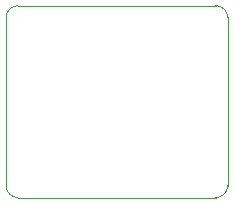
<source format=gbr>
%TF.GenerationSoftware,KiCad,Pcbnew,7.0.10*%
%TF.CreationDate,2024-02-19T11:00:08+07:00*%
%TF.ProjectId,PMODP2PSRAM,504d4f44-5032-4505-9352-414d2e6b6963,rev?*%
%TF.SameCoordinates,PX8c6db50PY50d2eb0*%
%TF.FileFunction,Profile,NP*%
%FSLAX46Y46*%
G04 Gerber Fmt 4.6, Leading zero omitted, Abs format (unit mm)*
G04 Created by KiCad (PCBNEW 7.0.10) date 2024-02-19 11:00:08*
%MOMM*%
%LPD*%
G01*
G04 APERTURE LIST*
%TA.AperFunction,Profile*%
%ADD10C,0.100000*%
%TD*%
G04 APERTURE END LIST*
D10*
X18750000Y15250000D02*
G75*
G03*
X17750000Y16250000I-1000000J0D01*
G01*
X17750000Y0D02*
G75*
G03*
X18750000Y1000000I0J1000000D01*
G01*
X0Y1000000D02*
G75*
G03*
X1000000Y0I1000000J0D01*
G01*
X18750000Y15250000D02*
X18750000Y1000000D01*
X1000000Y16250000D02*
G75*
G03*
X0Y15250000I0J-1000000D01*
G01*
X1000000Y16250000D02*
X17750000Y16250000D01*
X0Y1000000D02*
X0Y15250000D01*
X17750000Y0D02*
X1000000Y0D01*
M02*

</source>
